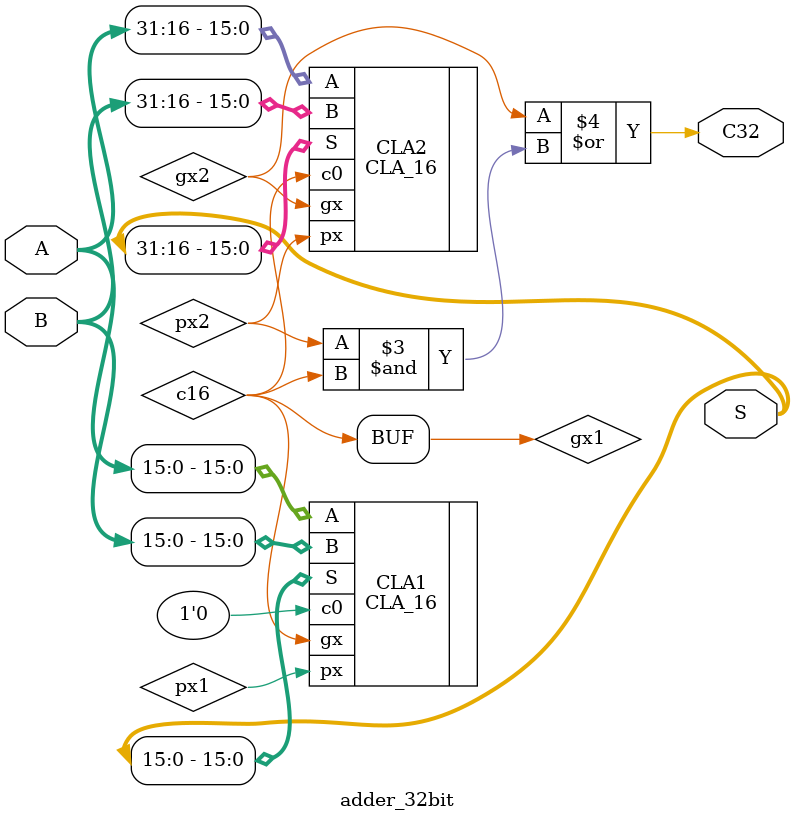
<source format=v>
module	adder_32bit(A,B,S,C32);
    input [31:0] A;
    input [31:0] B;
    output [31:0] S;
    output C32;

    wire px1,gx1,px2,gx2;
    wire c16;

    CLA_16 CLA1(
        .A(A[15:0]),
        .B(B[15:0]),
        .c0(1'b0),
        .S(S[15:0]),
        .px(px1),
        .gx(gx1)
    );

    CLA_16 CLA2(
        .A(A[31:16]),
        .B(B[31:16]),
        .c0(c16),
        .S(S[31:16]),
        .px(px2),
        .gx(gx2)
    );

    assign c16 = gx1 | (px1 & 1'b0); //c0 = 0
    assign C32 = gx2 | (px2 & c16);
endmodule

</source>
